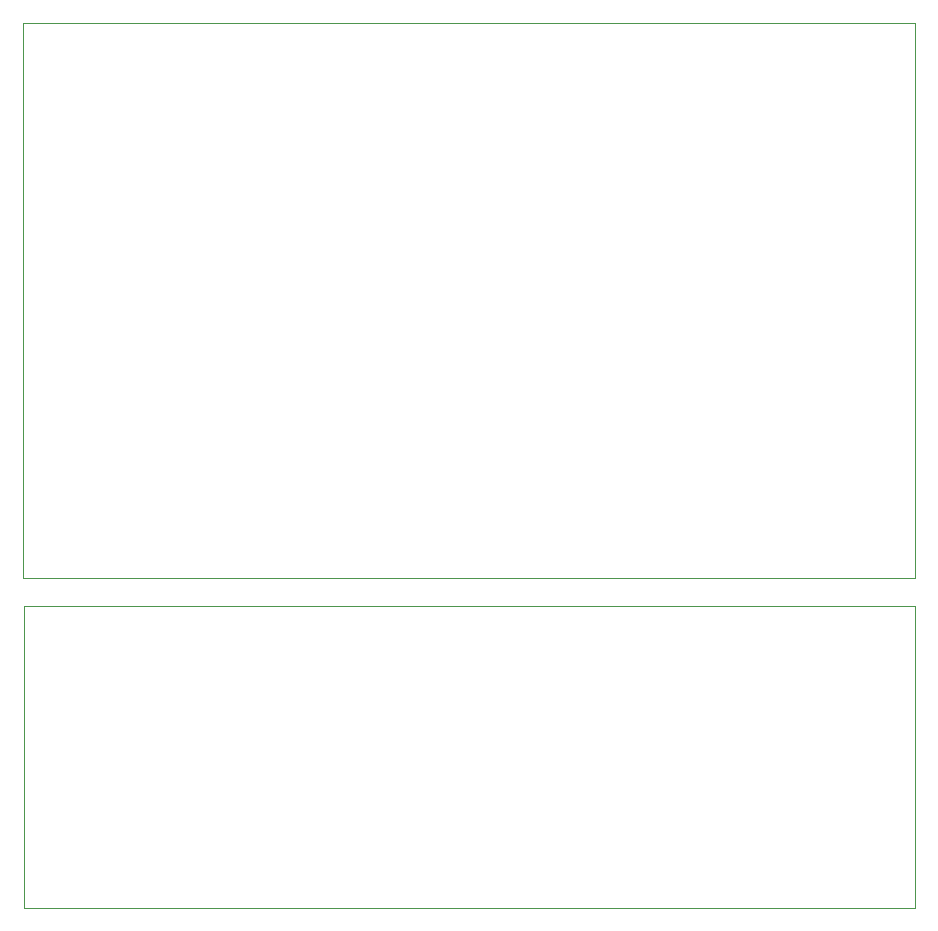
<source format=gbr>
%TF.GenerationSoftware,KiCad,Pcbnew,(6.0.9)*%
%TF.CreationDate,2022-12-15T21:37:47+02:00*%
%TF.ProjectId,custom_arduino,63757374-6f6d-45f6-9172-6475696e6f2e,rev?*%
%TF.SameCoordinates,Original*%
%TF.FileFunction,Profile,NP*%
%FSLAX46Y46*%
G04 Gerber Fmt 4.6, Leading zero omitted, Abs format (unit mm)*
G04 Created by KiCad (PCBNEW (6.0.9)) date 2022-12-15 21:37:47*
%MOMM*%
%LPD*%
G01*
G04 APERTURE LIST*
%TA.AperFunction,Profile*%
%ADD10C,0.100000*%
%TD*%
G04 APERTURE END LIST*
D10*
X30600000Y-91300000D02*
X106000000Y-91300000D01*
X106000000Y-91300000D02*
X106000000Y-116900000D01*
X106000000Y-116900000D02*
X30600000Y-116900000D01*
X30600000Y-116900000D02*
X30600000Y-91300000D01*
X30480000Y-41910000D02*
X106045000Y-41910000D01*
X106045000Y-41910000D02*
X106045000Y-88900000D01*
X106045000Y-88900000D02*
X30480000Y-88900000D01*
X30480000Y-88900000D02*
X30480000Y-41910000D01*
M02*

</source>
